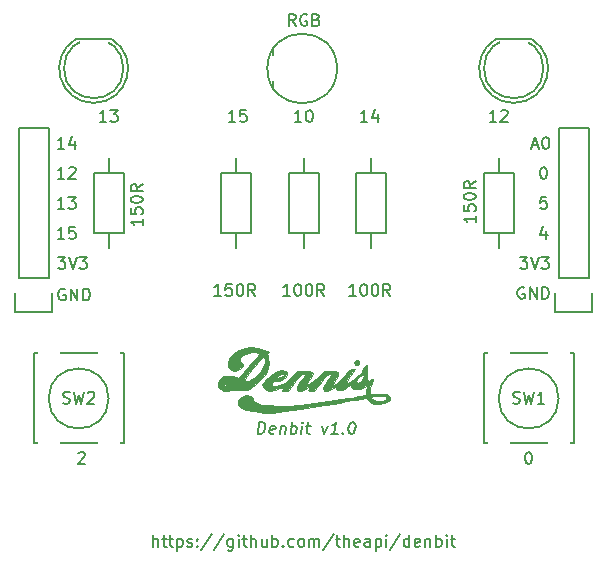
<source format=gto>
%TF.GenerationSoftware,KiCad,Pcbnew,4.0.2-4+6225~38~ubuntu14.04.1-stable*%
%TF.CreationDate,2016-04-19T13:08:00+01:00*%
%TF.ProjectId,basic,62617369632E6B696361645F70636200,rev?*%
%TF.FileFunction,Legend,Top*%
%FSLAX46Y46*%
G04 Gerber Fmt 4.6, Leading zero omitted, Abs format (unit mm)*
G04 Created by KiCad (PCBNEW 4.0.2-4+6225~38~ubuntu14.04.1-stable) date Tue 19 Apr 2016 13:08:00 BST*
%MOMM*%
G01*
G04 APERTURE LIST*
%ADD10C,0.100000*%
%ADD11C,0.150000*%
%ADD12C,0.010000*%
%ADD13C,2.398980*%
%ADD14R,2.400000X2.300000*%
%ADD15C,2.300000*%
%ADD16C,5.900000*%
%ADD17C,1.797000*%
%ADD18R,2.432000X2.127200*%
%ADD19O,2.432000X2.127200*%
%ADD20O,1.400000X2.305000*%
%ADD21R,1.400000X2.305000*%
G04 APERTURE END LIST*
D10*
D11*
X125075524Y-94722381D02*
X124504095Y-94722381D01*
X124789809Y-94722381D02*
X124789809Y-93722381D01*
X124694571Y-93865238D01*
X124599333Y-93960476D01*
X124504095Y-94008095D01*
X125980286Y-93722381D02*
X125504095Y-93722381D01*
X125456476Y-94198571D01*
X125504095Y-94150952D01*
X125599333Y-94103333D01*
X125837429Y-94103333D01*
X125932667Y-94150952D01*
X125980286Y-94198571D01*
X126027905Y-94293810D01*
X126027905Y-94531905D01*
X125980286Y-94627143D01*
X125932667Y-94674762D01*
X125837429Y-94722381D01*
X125599333Y-94722381D01*
X125504095Y-94674762D01*
X125456476Y-94627143D01*
X125075524Y-92182381D02*
X124504095Y-92182381D01*
X124789809Y-92182381D02*
X124789809Y-91182381D01*
X124694571Y-91325238D01*
X124599333Y-91420476D01*
X124504095Y-91468095D01*
X125408857Y-91182381D02*
X126027905Y-91182381D01*
X125694571Y-91563333D01*
X125837429Y-91563333D01*
X125932667Y-91610952D01*
X125980286Y-91658571D01*
X126027905Y-91753810D01*
X126027905Y-91991905D01*
X125980286Y-92087143D01*
X125932667Y-92134762D01*
X125837429Y-92182381D01*
X125551714Y-92182381D01*
X125456476Y-92134762D01*
X125408857Y-92087143D01*
X125075524Y-89642381D02*
X124504095Y-89642381D01*
X124789809Y-89642381D02*
X124789809Y-88642381D01*
X124694571Y-88785238D01*
X124599333Y-88880476D01*
X124504095Y-88928095D01*
X125456476Y-88737619D02*
X125504095Y-88690000D01*
X125599333Y-88642381D01*
X125837429Y-88642381D01*
X125932667Y-88690000D01*
X125980286Y-88737619D01*
X126027905Y-88832857D01*
X126027905Y-88928095D01*
X125980286Y-89070952D01*
X125408857Y-89642381D01*
X126027905Y-89642381D01*
X125075524Y-87102381D02*
X124504095Y-87102381D01*
X124789809Y-87102381D02*
X124789809Y-86102381D01*
X124694571Y-86245238D01*
X124599333Y-86340476D01*
X124504095Y-86388095D01*
X125932667Y-86435714D02*
X125932667Y-87102381D01*
X125694571Y-86054762D02*
X125456476Y-86769048D01*
X126075524Y-86769048D01*
X144641524Y-76688381D02*
X144308190Y-76212190D01*
X144070095Y-76688381D02*
X144070095Y-75688381D01*
X144451048Y-75688381D01*
X144546286Y-75736000D01*
X144593905Y-75783619D01*
X144641524Y-75878857D01*
X144641524Y-76021714D01*
X144593905Y-76116952D01*
X144546286Y-76164571D01*
X144451048Y-76212190D01*
X144070095Y-76212190D01*
X145593905Y-75736000D02*
X145498667Y-75688381D01*
X145355810Y-75688381D01*
X145212952Y-75736000D01*
X145117714Y-75831238D01*
X145070095Y-75926476D01*
X145022476Y-76116952D01*
X145022476Y-76259810D01*
X145070095Y-76450286D01*
X145117714Y-76545524D01*
X145212952Y-76640762D01*
X145355810Y-76688381D01*
X145451048Y-76688381D01*
X145593905Y-76640762D01*
X145641524Y-76593143D01*
X145641524Y-76259810D01*
X145451048Y-76259810D01*
X146403429Y-76164571D02*
X146546286Y-76212190D01*
X146593905Y-76259810D01*
X146641524Y-76355048D01*
X146641524Y-76497905D01*
X146593905Y-76593143D01*
X146546286Y-76640762D01*
X146451048Y-76688381D01*
X146070095Y-76688381D01*
X146070095Y-75688381D01*
X146403429Y-75688381D01*
X146498667Y-75736000D01*
X146546286Y-75783619D01*
X146593905Y-75878857D01*
X146593905Y-75974095D01*
X146546286Y-76069333D01*
X146498667Y-76116952D01*
X146403429Y-76164571D01*
X146070095Y-76164571D01*
X161651524Y-84816381D02*
X161080095Y-84816381D01*
X161365809Y-84816381D02*
X161365809Y-83816381D01*
X161270571Y-83959238D01*
X161175333Y-84054476D01*
X161080095Y-84102095D01*
X162032476Y-83911619D02*
X162080095Y-83864000D01*
X162175333Y-83816381D01*
X162413429Y-83816381D01*
X162508667Y-83864000D01*
X162556286Y-83911619D01*
X162603905Y-84006857D01*
X162603905Y-84102095D01*
X162556286Y-84244952D01*
X161984857Y-84816381D01*
X162603905Y-84816381D01*
X126250286Y-112867619D02*
X126297905Y-112820000D01*
X126393143Y-112772381D01*
X126631239Y-112772381D01*
X126726477Y-112820000D01*
X126774096Y-112867619D01*
X126821715Y-112962857D01*
X126821715Y-113058095D01*
X126774096Y-113200952D01*
X126202667Y-113772381D01*
X126821715Y-113772381D01*
X164334381Y-112772381D02*
X164429620Y-112772381D01*
X164524858Y-112820000D01*
X164572477Y-112867619D01*
X164620096Y-112962857D01*
X164667715Y-113153333D01*
X164667715Y-113391429D01*
X164620096Y-113581905D01*
X164572477Y-113677143D01*
X164524858Y-113724762D01*
X164429620Y-113772381D01*
X164334381Y-113772381D01*
X164239143Y-113724762D01*
X164191524Y-113677143D01*
X164143905Y-113581905D01*
X164096286Y-113391429D01*
X164096286Y-113153333D01*
X164143905Y-112962857D01*
X164191524Y-112867619D01*
X164239143Y-112820000D01*
X164334381Y-112772381D01*
X132577714Y-120792381D02*
X132577714Y-119792381D01*
X133006286Y-120792381D02*
X133006286Y-120268571D01*
X132958667Y-120173333D01*
X132863429Y-120125714D01*
X132720571Y-120125714D01*
X132625333Y-120173333D01*
X132577714Y-120220952D01*
X133339619Y-120125714D02*
X133720571Y-120125714D01*
X133482476Y-119792381D02*
X133482476Y-120649524D01*
X133530095Y-120744762D01*
X133625333Y-120792381D01*
X133720571Y-120792381D01*
X133911048Y-120125714D02*
X134292000Y-120125714D01*
X134053905Y-119792381D02*
X134053905Y-120649524D01*
X134101524Y-120744762D01*
X134196762Y-120792381D01*
X134292000Y-120792381D01*
X134625334Y-120125714D02*
X134625334Y-121125714D01*
X134625334Y-120173333D02*
X134720572Y-120125714D01*
X134911049Y-120125714D01*
X135006287Y-120173333D01*
X135053906Y-120220952D01*
X135101525Y-120316190D01*
X135101525Y-120601905D01*
X135053906Y-120697143D01*
X135006287Y-120744762D01*
X134911049Y-120792381D01*
X134720572Y-120792381D01*
X134625334Y-120744762D01*
X135482477Y-120744762D02*
X135577715Y-120792381D01*
X135768191Y-120792381D01*
X135863430Y-120744762D01*
X135911049Y-120649524D01*
X135911049Y-120601905D01*
X135863430Y-120506667D01*
X135768191Y-120459048D01*
X135625334Y-120459048D01*
X135530096Y-120411429D01*
X135482477Y-120316190D01*
X135482477Y-120268571D01*
X135530096Y-120173333D01*
X135625334Y-120125714D01*
X135768191Y-120125714D01*
X135863430Y-120173333D01*
X136339620Y-120697143D02*
X136387239Y-120744762D01*
X136339620Y-120792381D01*
X136292001Y-120744762D01*
X136339620Y-120697143D01*
X136339620Y-120792381D01*
X136339620Y-120173333D02*
X136387239Y-120220952D01*
X136339620Y-120268571D01*
X136292001Y-120220952D01*
X136339620Y-120173333D01*
X136339620Y-120268571D01*
X137530096Y-119744762D02*
X136672953Y-121030476D01*
X138577715Y-119744762D02*
X137720572Y-121030476D01*
X139339620Y-120125714D02*
X139339620Y-120935238D01*
X139292001Y-121030476D01*
X139244382Y-121078095D01*
X139149143Y-121125714D01*
X139006286Y-121125714D01*
X138911048Y-121078095D01*
X139339620Y-120744762D02*
X139244382Y-120792381D01*
X139053905Y-120792381D01*
X138958667Y-120744762D01*
X138911048Y-120697143D01*
X138863429Y-120601905D01*
X138863429Y-120316190D01*
X138911048Y-120220952D01*
X138958667Y-120173333D01*
X139053905Y-120125714D01*
X139244382Y-120125714D01*
X139339620Y-120173333D01*
X139815810Y-120792381D02*
X139815810Y-120125714D01*
X139815810Y-119792381D02*
X139768191Y-119840000D01*
X139815810Y-119887619D01*
X139863429Y-119840000D01*
X139815810Y-119792381D01*
X139815810Y-119887619D01*
X140149143Y-120125714D02*
X140530095Y-120125714D01*
X140292000Y-119792381D02*
X140292000Y-120649524D01*
X140339619Y-120744762D01*
X140434857Y-120792381D01*
X140530095Y-120792381D01*
X140863429Y-120792381D02*
X140863429Y-119792381D01*
X141292001Y-120792381D02*
X141292001Y-120268571D01*
X141244382Y-120173333D01*
X141149144Y-120125714D01*
X141006286Y-120125714D01*
X140911048Y-120173333D01*
X140863429Y-120220952D01*
X142196763Y-120125714D02*
X142196763Y-120792381D01*
X141768191Y-120125714D02*
X141768191Y-120649524D01*
X141815810Y-120744762D01*
X141911048Y-120792381D01*
X142053906Y-120792381D01*
X142149144Y-120744762D01*
X142196763Y-120697143D01*
X142672953Y-120792381D02*
X142672953Y-119792381D01*
X142672953Y-120173333D02*
X142768191Y-120125714D01*
X142958668Y-120125714D01*
X143053906Y-120173333D01*
X143101525Y-120220952D01*
X143149144Y-120316190D01*
X143149144Y-120601905D01*
X143101525Y-120697143D01*
X143053906Y-120744762D01*
X142958668Y-120792381D01*
X142768191Y-120792381D01*
X142672953Y-120744762D01*
X143577715Y-120697143D02*
X143625334Y-120744762D01*
X143577715Y-120792381D01*
X143530096Y-120744762D01*
X143577715Y-120697143D01*
X143577715Y-120792381D01*
X144482477Y-120744762D02*
X144387239Y-120792381D01*
X144196762Y-120792381D01*
X144101524Y-120744762D01*
X144053905Y-120697143D01*
X144006286Y-120601905D01*
X144006286Y-120316190D01*
X144053905Y-120220952D01*
X144101524Y-120173333D01*
X144196762Y-120125714D01*
X144387239Y-120125714D01*
X144482477Y-120173333D01*
X145053905Y-120792381D02*
X144958667Y-120744762D01*
X144911048Y-120697143D01*
X144863429Y-120601905D01*
X144863429Y-120316190D01*
X144911048Y-120220952D01*
X144958667Y-120173333D01*
X145053905Y-120125714D01*
X145196763Y-120125714D01*
X145292001Y-120173333D01*
X145339620Y-120220952D01*
X145387239Y-120316190D01*
X145387239Y-120601905D01*
X145339620Y-120697143D01*
X145292001Y-120744762D01*
X145196763Y-120792381D01*
X145053905Y-120792381D01*
X145815810Y-120792381D02*
X145815810Y-120125714D01*
X145815810Y-120220952D02*
X145863429Y-120173333D01*
X145958667Y-120125714D01*
X146101525Y-120125714D01*
X146196763Y-120173333D01*
X146244382Y-120268571D01*
X146244382Y-120792381D01*
X146244382Y-120268571D02*
X146292001Y-120173333D01*
X146387239Y-120125714D01*
X146530096Y-120125714D01*
X146625334Y-120173333D01*
X146672953Y-120268571D01*
X146672953Y-120792381D01*
X147863429Y-119744762D02*
X147006286Y-121030476D01*
X148053905Y-120125714D02*
X148434857Y-120125714D01*
X148196762Y-119792381D02*
X148196762Y-120649524D01*
X148244381Y-120744762D01*
X148339619Y-120792381D01*
X148434857Y-120792381D01*
X148768191Y-120792381D02*
X148768191Y-119792381D01*
X149196763Y-120792381D02*
X149196763Y-120268571D01*
X149149144Y-120173333D01*
X149053906Y-120125714D01*
X148911048Y-120125714D01*
X148815810Y-120173333D01*
X148768191Y-120220952D01*
X150053906Y-120744762D02*
X149958668Y-120792381D01*
X149768191Y-120792381D01*
X149672953Y-120744762D01*
X149625334Y-120649524D01*
X149625334Y-120268571D01*
X149672953Y-120173333D01*
X149768191Y-120125714D01*
X149958668Y-120125714D01*
X150053906Y-120173333D01*
X150101525Y-120268571D01*
X150101525Y-120363810D01*
X149625334Y-120459048D01*
X150958668Y-120792381D02*
X150958668Y-120268571D01*
X150911049Y-120173333D01*
X150815811Y-120125714D01*
X150625334Y-120125714D01*
X150530096Y-120173333D01*
X150958668Y-120744762D02*
X150863430Y-120792381D01*
X150625334Y-120792381D01*
X150530096Y-120744762D01*
X150482477Y-120649524D01*
X150482477Y-120554286D01*
X150530096Y-120459048D01*
X150625334Y-120411429D01*
X150863430Y-120411429D01*
X150958668Y-120363810D01*
X151434858Y-120125714D02*
X151434858Y-121125714D01*
X151434858Y-120173333D02*
X151530096Y-120125714D01*
X151720573Y-120125714D01*
X151815811Y-120173333D01*
X151863430Y-120220952D01*
X151911049Y-120316190D01*
X151911049Y-120601905D01*
X151863430Y-120697143D01*
X151815811Y-120744762D01*
X151720573Y-120792381D01*
X151530096Y-120792381D01*
X151434858Y-120744762D01*
X152339620Y-120792381D02*
X152339620Y-120125714D01*
X152339620Y-119792381D02*
X152292001Y-119840000D01*
X152339620Y-119887619D01*
X152387239Y-119840000D01*
X152339620Y-119792381D01*
X152339620Y-119887619D01*
X153530096Y-119744762D02*
X152672953Y-121030476D01*
X154292001Y-120792381D02*
X154292001Y-119792381D01*
X154292001Y-120744762D02*
X154196763Y-120792381D01*
X154006286Y-120792381D01*
X153911048Y-120744762D01*
X153863429Y-120697143D01*
X153815810Y-120601905D01*
X153815810Y-120316190D01*
X153863429Y-120220952D01*
X153911048Y-120173333D01*
X154006286Y-120125714D01*
X154196763Y-120125714D01*
X154292001Y-120173333D01*
X155149144Y-120744762D02*
X155053906Y-120792381D01*
X154863429Y-120792381D01*
X154768191Y-120744762D01*
X154720572Y-120649524D01*
X154720572Y-120268571D01*
X154768191Y-120173333D01*
X154863429Y-120125714D01*
X155053906Y-120125714D01*
X155149144Y-120173333D01*
X155196763Y-120268571D01*
X155196763Y-120363810D01*
X154720572Y-120459048D01*
X155625334Y-120125714D02*
X155625334Y-120792381D01*
X155625334Y-120220952D02*
X155672953Y-120173333D01*
X155768191Y-120125714D01*
X155911049Y-120125714D01*
X156006287Y-120173333D01*
X156053906Y-120268571D01*
X156053906Y-120792381D01*
X156530096Y-120792381D02*
X156530096Y-119792381D01*
X156530096Y-120173333D02*
X156625334Y-120125714D01*
X156815811Y-120125714D01*
X156911049Y-120173333D01*
X156958668Y-120220952D01*
X157006287Y-120316190D01*
X157006287Y-120601905D01*
X156958668Y-120697143D01*
X156911049Y-120744762D01*
X156815811Y-120792381D01*
X156625334Y-120792381D01*
X156530096Y-120744762D01*
X157434858Y-120792381D02*
X157434858Y-120125714D01*
X157434858Y-119792381D02*
X157387239Y-119840000D01*
X157434858Y-119887619D01*
X157482477Y-119840000D01*
X157434858Y-119792381D01*
X157434858Y-119887619D01*
X157768191Y-120125714D02*
X158149143Y-120125714D01*
X157911048Y-119792381D02*
X157911048Y-120649524D01*
X157958667Y-120744762D01*
X158053905Y-120792381D01*
X158149143Y-120792381D01*
X141458023Y-111232381D02*
X141583023Y-110232381D01*
X141821118Y-110232381D01*
X141958024Y-110280000D01*
X142041357Y-110375238D01*
X142077072Y-110470476D01*
X142100881Y-110660952D01*
X142083024Y-110803810D01*
X142011595Y-110994286D01*
X141952072Y-111089524D01*
X141844929Y-111184762D01*
X141696118Y-111232381D01*
X141458023Y-111232381D01*
X142844929Y-111184762D02*
X142743738Y-111232381D01*
X142553261Y-111232381D01*
X142463976Y-111184762D01*
X142428262Y-111089524D01*
X142475881Y-110708571D01*
X142535404Y-110613333D01*
X142636595Y-110565714D01*
X142827072Y-110565714D01*
X142916357Y-110613333D01*
X142952072Y-110708571D01*
X142940167Y-110803810D01*
X142452071Y-110899048D01*
X143398500Y-110565714D02*
X143315166Y-111232381D01*
X143386595Y-110660952D02*
X143440166Y-110613333D01*
X143541357Y-110565714D01*
X143684215Y-110565714D01*
X143773500Y-110613333D01*
X143809215Y-110708571D01*
X143743738Y-111232381D01*
X144219928Y-111232381D02*
X144344928Y-110232381D01*
X144297309Y-110613333D02*
X144398500Y-110565714D01*
X144588977Y-110565714D01*
X144678262Y-110613333D01*
X144719929Y-110660952D01*
X144755643Y-110756190D01*
X144719929Y-111041905D01*
X144660405Y-111137143D01*
X144606834Y-111184762D01*
X144505643Y-111232381D01*
X144315166Y-111232381D01*
X144225881Y-111184762D01*
X145124690Y-111232381D02*
X145208024Y-110565714D01*
X145249690Y-110232381D02*
X145196119Y-110280000D01*
X145237786Y-110327619D01*
X145291357Y-110280000D01*
X145249690Y-110232381D01*
X145237786Y-110327619D01*
X145541357Y-110565714D02*
X145922309Y-110565714D01*
X145725880Y-110232381D02*
X145618738Y-111089524D01*
X145654452Y-111184762D01*
X145743737Y-111232381D01*
X145838975Y-111232381D01*
X146922310Y-110565714D02*
X147077071Y-111232381D01*
X147398501Y-110565714D01*
X148219929Y-111232381D02*
X147648500Y-111232381D01*
X147934214Y-111232381D02*
X148059214Y-110232381D01*
X147946119Y-110375238D01*
X147838977Y-110470476D01*
X147737786Y-110518095D01*
X148660405Y-111137143D02*
X148702072Y-111184762D01*
X148648500Y-111232381D01*
X148606834Y-111184762D01*
X148660405Y-111137143D01*
X148648500Y-111232381D01*
X149440166Y-110232381D02*
X149535405Y-110232381D01*
X149624691Y-110280000D01*
X149666358Y-110327619D01*
X149702072Y-110422857D01*
X149725881Y-110613333D01*
X149696119Y-110851429D01*
X149624691Y-111041905D01*
X149565167Y-111137143D01*
X149511596Y-111184762D01*
X149410405Y-111232381D01*
X149315166Y-111232381D01*
X149225881Y-111184762D01*
X149184214Y-111137143D01*
X149148500Y-111041905D01*
X149124690Y-110851429D01*
X149154452Y-110613333D01*
X149225881Y-110422857D01*
X149285405Y-110327619D01*
X149338976Y-110280000D01*
X149440166Y-110232381D01*
X150729524Y-84816381D02*
X150158095Y-84816381D01*
X150443809Y-84816381D02*
X150443809Y-83816381D01*
X150348571Y-83959238D01*
X150253333Y-84054476D01*
X150158095Y-84102095D01*
X151586667Y-84149714D02*
X151586667Y-84816381D01*
X151348571Y-83768762D02*
X151110476Y-84483048D01*
X151729524Y-84483048D01*
X145141524Y-84816381D02*
X144570095Y-84816381D01*
X144855809Y-84816381D02*
X144855809Y-83816381D01*
X144760571Y-83959238D01*
X144665333Y-84054476D01*
X144570095Y-84102095D01*
X145760571Y-83816381D02*
X145855810Y-83816381D01*
X145951048Y-83864000D01*
X145998667Y-83911619D01*
X146046286Y-84006857D01*
X146093905Y-84197333D01*
X146093905Y-84435429D01*
X146046286Y-84625905D01*
X145998667Y-84721143D01*
X145951048Y-84768762D01*
X145855810Y-84816381D01*
X145760571Y-84816381D01*
X145665333Y-84768762D01*
X145617714Y-84721143D01*
X145570095Y-84625905D01*
X145522476Y-84435429D01*
X145522476Y-84197333D01*
X145570095Y-84006857D01*
X145617714Y-83911619D01*
X145665333Y-83864000D01*
X145760571Y-83816381D01*
X139553524Y-84816381D02*
X138982095Y-84816381D01*
X139267809Y-84816381D02*
X139267809Y-83816381D01*
X139172571Y-83959238D01*
X139077333Y-84054476D01*
X138982095Y-84102095D01*
X140458286Y-83816381D02*
X139982095Y-83816381D01*
X139934476Y-84292571D01*
X139982095Y-84244952D01*
X140077333Y-84197333D01*
X140315429Y-84197333D01*
X140410667Y-84244952D01*
X140458286Y-84292571D01*
X140505905Y-84387810D01*
X140505905Y-84625905D01*
X140458286Y-84721143D01*
X140410667Y-84768762D01*
X140315429Y-84816381D01*
X140077333Y-84816381D01*
X139982095Y-84768762D01*
X139934476Y-84721143D01*
X128631524Y-84816381D02*
X128060095Y-84816381D01*
X128345809Y-84816381D02*
X128345809Y-83816381D01*
X128250571Y-83959238D01*
X128155333Y-84054476D01*
X128060095Y-84102095D01*
X128964857Y-83816381D02*
X129583905Y-83816381D01*
X129250571Y-84197333D01*
X129393429Y-84197333D01*
X129488667Y-84244952D01*
X129536286Y-84292571D01*
X129583905Y-84387810D01*
X129583905Y-84625905D01*
X129536286Y-84721143D01*
X129488667Y-84768762D01*
X129393429Y-84816381D01*
X129107714Y-84816381D01*
X129012476Y-84768762D01*
X128964857Y-84721143D01*
X164683714Y-86816667D02*
X165159905Y-86816667D01*
X164588476Y-87102381D02*
X164921809Y-86102381D01*
X165255143Y-87102381D01*
X165778952Y-86102381D02*
X165874191Y-86102381D01*
X165969429Y-86150000D01*
X166017048Y-86197619D01*
X166064667Y-86292857D01*
X166112286Y-86483333D01*
X166112286Y-86721429D01*
X166064667Y-86911905D01*
X166017048Y-87007143D01*
X165969429Y-87054762D01*
X165874191Y-87102381D01*
X165778952Y-87102381D01*
X165683714Y-87054762D01*
X165636095Y-87007143D01*
X165588476Y-86911905D01*
X165540857Y-86721429D01*
X165540857Y-86483333D01*
X165588476Y-86292857D01*
X165636095Y-86197619D01*
X165683714Y-86150000D01*
X165778952Y-86102381D01*
X165604381Y-88642381D02*
X165699620Y-88642381D01*
X165794858Y-88690000D01*
X165842477Y-88737619D01*
X165890096Y-88832857D01*
X165937715Y-89023333D01*
X165937715Y-89261429D01*
X165890096Y-89451905D01*
X165842477Y-89547143D01*
X165794858Y-89594762D01*
X165699620Y-89642381D01*
X165604381Y-89642381D01*
X165509143Y-89594762D01*
X165461524Y-89547143D01*
X165413905Y-89451905D01*
X165366286Y-89261429D01*
X165366286Y-89023333D01*
X165413905Y-88832857D01*
X165461524Y-88737619D01*
X165509143Y-88690000D01*
X165604381Y-88642381D01*
X165890096Y-91182381D02*
X165413905Y-91182381D01*
X165366286Y-91658571D01*
X165413905Y-91610952D01*
X165509143Y-91563333D01*
X165747239Y-91563333D01*
X165842477Y-91610952D01*
X165890096Y-91658571D01*
X165937715Y-91753810D01*
X165937715Y-91991905D01*
X165890096Y-92087143D01*
X165842477Y-92134762D01*
X165747239Y-92182381D01*
X165509143Y-92182381D01*
X165413905Y-92134762D01*
X165366286Y-92087143D01*
X165842477Y-94055714D02*
X165842477Y-94722381D01*
X165604381Y-93674762D02*
X165366286Y-94389048D01*
X165985334Y-94389048D01*
X163651905Y-96262381D02*
X164270953Y-96262381D01*
X163937619Y-96643333D01*
X164080477Y-96643333D01*
X164175715Y-96690952D01*
X164223334Y-96738571D01*
X164270953Y-96833810D01*
X164270953Y-97071905D01*
X164223334Y-97167143D01*
X164175715Y-97214762D01*
X164080477Y-97262381D01*
X163794762Y-97262381D01*
X163699524Y-97214762D01*
X163651905Y-97167143D01*
X164556667Y-96262381D02*
X164890000Y-97262381D01*
X165223334Y-96262381D01*
X165461429Y-96262381D02*
X166080477Y-96262381D01*
X165747143Y-96643333D01*
X165890001Y-96643333D01*
X165985239Y-96690952D01*
X166032858Y-96738571D01*
X166080477Y-96833810D01*
X166080477Y-97071905D01*
X166032858Y-97167143D01*
X165985239Y-97214762D01*
X165890001Y-97262381D01*
X165604286Y-97262381D01*
X165509048Y-97214762D01*
X165461429Y-97167143D01*
X164001096Y-98850000D02*
X163905858Y-98802381D01*
X163763001Y-98802381D01*
X163620143Y-98850000D01*
X163524905Y-98945238D01*
X163477286Y-99040476D01*
X163429667Y-99230952D01*
X163429667Y-99373810D01*
X163477286Y-99564286D01*
X163524905Y-99659524D01*
X163620143Y-99754762D01*
X163763001Y-99802381D01*
X163858239Y-99802381D01*
X164001096Y-99754762D01*
X164048715Y-99707143D01*
X164048715Y-99373810D01*
X163858239Y-99373810D01*
X164477286Y-99802381D02*
X164477286Y-98802381D01*
X165048715Y-99802381D01*
X165048715Y-98802381D01*
X165524905Y-99802381D02*
X165524905Y-98802381D01*
X165763000Y-98802381D01*
X165905858Y-98850000D01*
X166001096Y-98945238D01*
X166048715Y-99040476D01*
X166096334Y-99230952D01*
X166096334Y-99373810D01*
X166048715Y-99564286D01*
X166001096Y-99659524D01*
X165905858Y-99754762D01*
X165763000Y-99802381D01*
X165524905Y-99802381D01*
X124535905Y-96262381D02*
X125154953Y-96262381D01*
X124821619Y-96643333D01*
X124964477Y-96643333D01*
X125059715Y-96690952D01*
X125107334Y-96738571D01*
X125154953Y-96833810D01*
X125154953Y-97071905D01*
X125107334Y-97167143D01*
X125059715Y-97214762D01*
X124964477Y-97262381D01*
X124678762Y-97262381D01*
X124583524Y-97214762D01*
X124535905Y-97167143D01*
X125440667Y-96262381D02*
X125774000Y-97262381D01*
X126107334Y-96262381D01*
X126345429Y-96262381D02*
X126964477Y-96262381D01*
X126631143Y-96643333D01*
X126774001Y-96643333D01*
X126869239Y-96690952D01*
X126916858Y-96738571D01*
X126964477Y-96833810D01*
X126964477Y-97071905D01*
X126916858Y-97167143D01*
X126869239Y-97214762D01*
X126774001Y-97262381D01*
X126488286Y-97262381D01*
X126393048Y-97214762D01*
X126345429Y-97167143D01*
X125134096Y-98992000D02*
X125038858Y-98944381D01*
X124896001Y-98944381D01*
X124753143Y-98992000D01*
X124657905Y-99087238D01*
X124610286Y-99182476D01*
X124562667Y-99372952D01*
X124562667Y-99515810D01*
X124610286Y-99706286D01*
X124657905Y-99801524D01*
X124753143Y-99896762D01*
X124896001Y-99944381D01*
X124991239Y-99944381D01*
X125134096Y-99896762D01*
X125181715Y-99849143D01*
X125181715Y-99515810D01*
X124991239Y-99515810D01*
X125610286Y-99944381D02*
X125610286Y-98944381D01*
X126181715Y-99944381D01*
X126181715Y-98944381D01*
X126657905Y-99944381D02*
X126657905Y-98944381D01*
X126896000Y-98944381D01*
X127038858Y-98992000D01*
X127134096Y-99087238D01*
X127181715Y-99182476D01*
X127229334Y-99372952D01*
X127229334Y-99515810D01*
X127181715Y-99706286D01*
X127134096Y-99801524D01*
X127038858Y-99896762D01*
X126896000Y-99944381D01*
X126657905Y-99944381D01*
X152317000Y-89190000D02*
X152317000Y-94270000D01*
X152317000Y-94270000D02*
X149777000Y-94270000D01*
X149777000Y-94270000D02*
X149777000Y-89190000D01*
X149777000Y-89190000D02*
X152317000Y-89190000D01*
X151047000Y-89190000D02*
X151047000Y-87920000D01*
X151047000Y-94270000D02*
X151047000Y-95540000D01*
X126027096Y-77815112D02*
G75*
G03X129052000Y-77800000I1524904J-2484888D01*
G01*
X126052000Y-77800000D02*
X129052000Y-77800000D01*
X130069936Y-80300000D02*
G75*
G03X130069936Y-80300000I-2517936J0D01*
G01*
X161587096Y-77815112D02*
G75*
G03X164612000Y-77800000I1524904J-2484888D01*
G01*
X161612000Y-77800000D02*
X164612000Y-77800000D01*
X165629936Y-80300000D02*
G75*
G03X165629936Y-80300000I-2517936J0D01*
G01*
X166922000Y-108240000D02*
G75*
G03X166922000Y-108240000I-2540000J0D01*
G01*
X168192000Y-104430000D02*
X168192000Y-112050000D01*
X168192000Y-112050000D02*
X160572000Y-112050000D01*
X160572000Y-112050000D02*
X160572000Y-104430000D01*
X168192000Y-104430000D02*
X160572000Y-104430000D01*
X128822000Y-108240000D02*
G75*
G03X128822000Y-108240000I-2540000J0D01*
G01*
X122472000Y-112050000D02*
X122472000Y-104430000D01*
X122472000Y-104430000D02*
X130092000Y-104430000D01*
X130092000Y-104430000D02*
X130092000Y-112050000D01*
X122472000Y-112050000D02*
X130092000Y-112050000D01*
X169462000Y-98080000D02*
X169462000Y-85380000D01*
X169462000Y-85380000D02*
X166922000Y-85380000D01*
X166922000Y-85380000D02*
X166922000Y-98080000D01*
X169742000Y-100900000D02*
X169742000Y-99350000D01*
X169462000Y-98080000D02*
X166922000Y-98080000D01*
X166642000Y-99350000D02*
X166642000Y-100900000D01*
X166642000Y-100900000D02*
X169742000Y-100900000D01*
X123742000Y-98080000D02*
X123742000Y-85380000D01*
X123742000Y-85380000D02*
X121202000Y-85380000D01*
X121202000Y-85380000D02*
X121202000Y-98080000D01*
X124022000Y-100900000D02*
X124022000Y-99350000D01*
X123742000Y-98080000D02*
X121202000Y-98080000D01*
X120922000Y-99350000D02*
X120922000Y-100900000D01*
X120922000Y-100900000D02*
X124022000Y-100900000D01*
X130092000Y-89190000D02*
X130092000Y-94270000D01*
X130092000Y-94270000D02*
X127552000Y-94270000D01*
X127552000Y-94270000D02*
X127552000Y-89190000D01*
X127552000Y-89190000D02*
X130092000Y-89190000D01*
X128822000Y-89190000D02*
X128822000Y-87920000D01*
X128822000Y-94270000D02*
X128822000Y-95540000D01*
X163112000Y-89190000D02*
X163112000Y-94270000D01*
X163112000Y-94270000D02*
X160572000Y-94270000D01*
X160572000Y-94270000D02*
X160572000Y-89190000D01*
X160572000Y-89190000D02*
X163112000Y-89190000D01*
X161842000Y-89190000D02*
X161842000Y-87920000D01*
X161842000Y-94270000D02*
X161842000Y-95540000D01*
X146602000Y-89190000D02*
X146602000Y-94270000D01*
X146602000Y-94270000D02*
X144062000Y-94270000D01*
X144062000Y-94270000D02*
X144062000Y-89190000D01*
X144062000Y-89190000D02*
X146602000Y-89190000D01*
X145332000Y-89190000D02*
X145332000Y-87920000D01*
X145332000Y-94270000D02*
X145332000Y-95540000D01*
X140887000Y-89190000D02*
X140887000Y-94270000D01*
X140887000Y-94270000D02*
X138347000Y-94270000D01*
X138347000Y-94270000D02*
X138347000Y-89190000D01*
X138347000Y-89190000D02*
X140887000Y-89190000D01*
X139617000Y-89190000D02*
X139617000Y-87920000D01*
X139617000Y-94270000D02*
X139617000Y-95540000D01*
X142705000Y-81400000D02*
X142705000Y-81850000D01*
X148155000Y-80300000D02*
G75*
G03X148155000Y-80300000I-2950000J0D01*
G01*
X142705000Y-79200000D02*
X142705000Y-78750000D01*
D12*
G36*
X150723494Y-105418188D02*
X150730451Y-105613292D01*
X150721366Y-105679913D01*
X150698987Y-105988909D01*
X150711289Y-106331879D01*
X150720528Y-106412859D01*
X150774236Y-106804698D01*
X150981464Y-106668917D01*
X151140124Y-106583360D01*
X151225807Y-106570251D01*
X151216476Y-106662076D01*
X151152201Y-106856860D01*
X151091461Y-107007369D01*
X150989750Y-107292156D01*
X150928290Y-107555888D01*
X150920000Y-107649426D01*
X150920000Y-107891481D01*
X151503404Y-107842570D01*
X151962060Y-107821700D01*
X152284320Y-107852780D01*
X152496712Y-107941616D01*
X152622288Y-108087399D01*
X152671172Y-108231312D01*
X152613843Y-108353601D01*
X152502624Y-108459131D01*
X152150372Y-108657859D01*
X151735961Y-108731103D01*
X151310031Y-108679669D01*
X150923222Y-108504367D01*
X150827896Y-108432415D01*
X150570515Y-108215843D01*
X149750424Y-108354658D01*
X149417292Y-108411573D01*
X148956239Y-108491084D01*
X148406115Y-108586453D01*
X147805773Y-108690940D01*
X147194063Y-108797806D01*
X147025334Y-108827361D01*
X146002803Y-109003415D01*
X145126944Y-109146584D01*
X144378739Y-109258924D01*
X143739171Y-109342494D01*
X143189221Y-109399349D01*
X142709874Y-109431548D01*
X142282110Y-109441146D01*
X141886913Y-109430202D01*
X141623020Y-109411727D01*
X141005639Y-109329086D01*
X140472438Y-109199150D01*
X140058009Y-109031281D01*
X139930687Y-108953825D01*
X139769885Y-108761208D01*
X139744981Y-108535886D01*
X139836412Y-108312285D01*
X140024617Y-108124828D01*
X140290034Y-108007941D01*
X140480651Y-107986000D01*
X140765672Y-108017567D01*
X140970016Y-108100144D01*
X141056922Y-108215542D01*
X141050195Y-108267800D01*
X141074108Y-108418329D01*
X141242549Y-108564735D01*
X141531147Y-108690754D01*
X141781886Y-108756153D01*
X142372687Y-108835162D01*
X143118155Y-108862904D01*
X144011708Y-108839806D01*
X145046762Y-108766295D01*
X146216736Y-108642799D01*
X147515048Y-108469744D01*
X148488312Y-108320696D01*
X149133310Y-108217274D01*
X149480127Y-108160942D01*
X151004667Y-108160942D01*
X151080852Y-108285483D01*
X151276521Y-108386594D01*
X151542344Y-108454112D01*
X151828991Y-108477870D01*
X152087135Y-108447703D01*
X152195566Y-108406354D01*
X152337839Y-108270636D01*
X152330958Y-108127508D01*
X152183984Y-108026423D01*
X152011793Y-108004605D01*
X151761561Y-108008908D01*
X151484657Y-108033473D01*
X151232451Y-108072440D01*
X151056311Y-108119950D01*
X151004667Y-108160942D01*
X149480127Y-108160942D01*
X149630442Y-108136527D01*
X149998892Y-108073400D01*
X150257840Y-108022841D01*
X150426470Y-107979793D01*
X150523963Y-107939205D01*
X150569502Y-107896023D01*
X150582268Y-107845191D01*
X150581445Y-107781658D01*
X150581334Y-107769261D01*
X150612299Y-107535426D01*
X150663905Y-107356511D01*
X150714762Y-107205499D01*
X150696378Y-107153816D01*
X150582694Y-107197575D01*
X150379512Y-107314076D01*
X150078768Y-107435830D01*
X149777364Y-107467446D01*
X149523768Y-107411599D01*
X149366447Y-107270969D01*
X149360184Y-107257770D01*
X149309194Y-107160523D01*
X149242982Y-107134247D01*
X149119481Y-107185154D01*
X148896628Y-107319457D01*
X148882341Y-107328337D01*
X148577491Y-107482935D01*
X148326370Y-107544792D01*
X148156476Y-107512520D01*
X148095308Y-107384735D01*
X148096118Y-107367975D01*
X148082250Y-107254932D01*
X148053784Y-107245337D01*
X147607209Y-107466528D01*
X147288225Y-107577741D01*
X147095918Y-107579270D01*
X147067222Y-107562297D01*
X147000296Y-107427612D01*
X147046108Y-107216576D01*
X147209548Y-106915796D01*
X147407919Y-106629173D01*
X147555915Y-106408574D01*
X147640745Y-106243817D01*
X147647784Y-106181339D01*
X147523730Y-106167698D01*
X147330860Y-106282485D01*
X147088228Y-106509377D01*
X146814882Y-106832050D01*
X146686013Y-107005437D01*
X146461937Y-107310550D01*
X146300667Y-107500743D01*
X146171813Y-107602478D01*
X146044987Y-107642216D01*
X145948807Y-107647333D01*
X145744685Y-107629878D01*
X145683044Y-107558077D01*
X145752376Y-107402780D01*
X145815301Y-107309183D01*
X145959935Y-107102689D01*
X145699359Y-107288236D01*
X145357111Y-107494046D01*
X145062998Y-107597674D01*
X144860770Y-107591149D01*
X144769607Y-107477881D01*
X144802365Y-107263657D01*
X144955783Y-106959316D01*
X145126531Y-106707557D01*
X145322089Y-106415318D01*
X145412731Y-106217918D01*
X145393333Y-106127709D01*
X145368767Y-106123333D01*
X145209052Y-106181589D01*
X144994937Y-106362745D01*
X144716434Y-106676377D01*
X144484123Y-106971590D01*
X144236374Y-107287951D01*
X144056543Y-107488973D01*
X143916974Y-107599098D01*
X143790009Y-107642771D01*
X143719529Y-107647333D01*
X143528365Y-107633637D01*
X143480669Y-107564713D01*
X143551108Y-107398805D01*
X143559365Y-107383309D01*
X143607253Y-107283591D01*
X143583483Y-107260164D01*
X143458034Y-107313435D01*
X143313134Y-107386632D01*
X142878549Y-107557806D01*
X142490287Y-107614173D01*
X142171723Y-107558650D01*
X141946232Y-107394154D01*
X141853154Y-107204436D01*
X141835316Y-107058279D01*
X141884830Y-106918796D01*
X142024726Y-106741225D01*
X142169269Y-106590019D01*
X142307558Y-106470749D01*
X142965426Y-106470749D01*
X142996888Y-106527660D01*
X143109500Y-106516756D01*
X143313978Y-106459025D01*
X143448167Y-106420679D01*
X143596556Y-106332576D01*
X143638667Y-106244627D01*
X143596856Y-106141583D01*
X143459418Y-106144580D01*
X143211129Y-106252507D01*
X143041192Y-106367714D01*
X142965426Y-106470749D01*
X142307558Y-106470749D01*
X142599300Y-106219133D01*
X143024791Y-105975415D01*
X143419897Y-105872972D01*
X143487127Y-105870629D01*
X143785293Y-105907764D01*
X143939811Y-106021081D01*
X143963575Y-106209080D01*
X143848638Y-106444646D01*
X143602705Y-106624860D01*
X143260725Y-106728074D01*
X143101544Y-106743081D01*
X142838024Y-106770719D01*
X142699634Y-106838492D01*
X142654931Y-106917070D01*
X142664092Y-107084067D01*
X142719440Y-107148607D01*
X142991521Y-107222342D01*
X143328904Y-107141477D01*
X143729738Y-106906858D01*
X144192172Y-106519334D01*
X144282164Y-106433059D01*
X144841571Y-105887238D01*
X145361952Y-105889665D01*
X145758056Y-105912614D01*
X145996319Y-105984018D01*
X146083929Y-106114392D01*
X146028072Y-106314249D01*
X145840000Y-106589000D01*
X145690834Y-106790713D01*
X145599484Y-106941250D01*
X145586000Y-106981642D01*
X145638043Y-107061545D01*
X145788176Y-107015615D01*
X146027403Y-106849190D01*
X146346729Y-106567611D01*
X146448463Y-106469648D01*
X147046375Y-105884630D01*
X147598224Y-105898148D01*
X147977260Y-105926910D01*
X148199232Y-106000280D01*
X148273709Y-106132742D01*
X148210259Y-106338782D01*
X148052597Y-106585976D01*
X147905082Y-106813549D01*
X147817032Y-106993313D01*
X147804970Y-107065242D01*
X147881103Y-107078719D01*
X148041377Y-106992578D01*
X148255196Y-106831735D01*
X148491964Y-106621109D01*
X148721085Y-106385617D01*
X148887843Y-106183340D01*
X149090862Y-105939082D01*
X149258600Y-105816285D01*
X149418793Y-105784666D01*
X149653567Y-105784666D01*
X149270288Y-106356001D01*
X149104089Y-106621813D01*
X148997018Y-106829511D01*
X148965927Y-106944808D01*
X148975035Y-106956678D01*
X149080512Y-106922290D01*
X149275466Y-106806098D01*
X149372965Y-106738493D01*
X149738814Y-106738493D01*
X149746597Y-106816966D01*
X149789634Y-106858351D01*
X149957913Y-106925227D01*
X150116611Y-106844005D01*
X150268314Y-106636781D01*
X150399096Y-106376819D01*
X150415931Y-106241038D01*
X150323753Y-106233714D01*
X150127494Y-106359122D01*
X150035404Y-106434926D01*
X149828892Y-106621813D01*
X149738814Y-106738493D01*
X149372965Y-106738493D01*
X149520530Y-106636174D01*
X149776335Y-106440591D01*
X150003516Y-106247423D01*
X150099967Y-106154478D01*
X150242262Y-105969467D01*
X150384027Y-105729568D01*
X150396300Y-105705041D01*
X150539795Y-105465348D01*
X150654401Y-105369302D01*
X150723494Y-105418188D01*
X150723494Y-105418188D01*
G37*
X150723494Y-105418188D02*
X150730451Y-105613292D01*
X150721366Y-105679913D01*
X150698987Y-105988909D01*
X150711289Y-106331879D01*
X150720528Y-106412859D01*
X150774236Y-106804698D01*
X150981464Y-106668917D01*
X151140124Y-106583360D01*
X151225807Y-106570251D01*
X151216476Y-106662076D01*
X151152201Y-106856860D01*
X151091461Y-107007369D01*
X150989750Y-107292156D01*
X150928290Y-107555888D01*
X150920000Y-107649426D01*
X150920000Y-107891481D01*
X151503404Y-107842570D01*
X151962060Y-107821700D01*
X152284320Y-107852780D01*
X152496712Y-107941616D01*
X152622288Y-108087399D01*
X152671172Y-108231312D01*
X152613843Y-108353601D01*
X152502624Y-108459131D01*
X152150372Y-108657859D01*
X151735961Y-108731103D01*
X151310031Y-108679669D01*
X150923222Y-108504367D01*
X150827896Y-108432415D01*
X150570515Y-108215843D01*
X149750424Y-108354658D01*
X149417292Y-108411573D01*
X148956239Y-108491084D01*
X148406115Y-108586453D01*
X147805773Y-108690940D01*
X147194063Y-108797806D01*
X147025334Y-108827361D01*
X146002803Y-109003415D01*
X145126944Y-109146584D01*
X144378739Y-109258924D01*
X143739171Y-109342494D01*
X143189221Y-109399349D01*
X142709874Y-109431548D01*
X142282110Y-109441146D01*
X141886913Y-109430202D01*
X141623020Y-109411727D01*
X141005639Y-109329086D01*
X140472438Y-109199150D01*
X140058009Y-109031281D01*
X139930687Y-108953825D01*
X139769885Y-108761208D01*
X139744981Y-108535886D01*
X139836412Y-108312285D01*
X140024617Y-108124828D01*
X140290034Y-108007941D01*
X140480651Y-107986000D01*
X140765672Y-108017567D01*
X140970016Y-108100144D01*
X141056922Y-108215542D01*
X141050195Y-108267800D01*
X141074108Y-108418329D01*
X141242549Y-108564735D01*
X141531147Y-108690754D01*
X141781886Y-108756153D01*
X142372687Y-108835162D01*
X143118155Y-108862904D01*
X144011708Y-108839806D01*
X145046762Y-108766295D01*
X146216736Y-108642799D01*
X147515048Y-108469744D01*
X148488312Y-108320696D01*
X149133310Y-108217274D01*
X149480127Y-108160942D01*
X151004667Y-108160942D01*
X151080852Y-108285483D01*
X151276521Y-108386594D01*
X151542344Y-108454112D01*
X151828991Y-108477870D01*
X152087135Y-108447703D01*
X152195566Y-108406354D01*
X152337839Y-108270636D01*
X152330958Y-108127508D01*
X152183984Y-108026423D01*
X152011793Y-108004605D01*
X151761561Y-108008908D01*
X151484657Y-108033473D01*
X151232451Y-108072440D01*
X151056311Y-108119950D01*
X151004667Y-108160942D01*
X149480127Y-108160942D01*
X149630442Y-108136527D01*
X149998892Y-108073400D01*
X150257840Y-108022841D01*
X150426470Y-107979793D01*
X150523963Y-107939205D01*
X150569502Y-107896023D01*
X150582268Y-107845191D01*
X150581445Y-107781658D01*
X150581334Y-107769261D01*
X150612299Y-107535426D01*
X150663905Y-107356511D01*
X150714762Y-107205499D01*
X150696378Y-107153816D01*
X150582694Y-107197575D01*
X150379512Y-107314076D01*
X150078768Y-107435830D01*
X149777364Y-107467446D01*
X149523768Y-107411599D01*
X149366447Y-107270969D01*
X149360184Y-107257770D01*
X149309194Y-107160523D01*
X149242982Y-107134247D01*
X149119481Y-107185154D01*
X148896628Y-107319457D01*
X148882341Y-107328337D01*
X148577491Y-107482935D01*
X148326370Y-107544792D01*
X148156476Y-107512520D01*
X148095308Y-107384735D01*
X148096118Y-107367975D01*
X148082250Y-107254932D01*
X148053784Y-107245337D01*
X147607209Y-107466528D01*
X147288225Y-107577741D01*
X147095918Y-107579270D01*
X147067222Y-107562297D01*
X147000296Y-107427612D01*
X147046108Y-107216576D01*
X147209548Y-106915796D01*
X147407919Y-106629173D01*
X147555915Y-106408574D01*
X147640745Y-106243817D01*
X147647784Y-106181339D01*
X147523730Y-106167698D01*
X147330860Y-106282485D01*
X147088228Y-106509377D01*
X146814882Y-106832050D01*
X146686013Y-107005437D01*
X146461937Y-107310550D01*
X146300667Y-107500743D01*
X146171813Y-107602478D01*
X146044987Y-107642216D01*
X145948807Y-107647333D01*
X145744685Y-107629878D01*
X145683044Y-107558077D01*
X145752376Y-107402780D01*
X145815301Y-107309183D01*
X145959935Y-107102689D01*
X145699359Y-107288236D01*
X145357111Y-107494046D01*
X145062998Y-107597674D01*
X144860770Y-107591149D01*
X144769607Y-107477881D01*
X144802365Y-107263657D01*
X144955783Y-106959316D01*
X145126531Y-106707557D01*
X145322089Y-106415318D01*
X145412731Y-106217918D01*
X145393333Y-106127709D01*
X145368767Y-106123333D01*
X145209052Y-106181589D01*
X144994937Y-106362745D01*
X144716434Y-106676377D01*
X144484123Y-106971590D01*
X144236374Y-107287951D01*
X144056543Y-107488973D01*
X143916974Y-107599098D01*
X143790009Y-107642771D01*
X143719529Y-107647333D01*
X143528365Y-107633637D01*
X143480669Y-107564713D01*
X143551108Y-107398805D01*
X143559365Y-107383309D01*
X143607253Y-107283591D01*
X143583483Y-107260164D01*
X143458034Y-107313435D01*
X143313134Y-107386632D01*
X142878549Y-107557806D01*
X142490287Y-107614173D01*
X142171723Y-107558650D01*
X141946232Y-107394154D01*
X141853154Y-107204436D01*
X141835316Y-107058279D01*
X141884830Y-106918796D01*
X142024726Y-106741225D01*
X142169269Y-106590019D01*
X142307558Y-106470749D01*
X142965426Y-106470749D01*
X142996888Y-106527660D01*
X143109500Y-106516756D01*
X143313978Y-106459025D01*
X143448167Y-106420679D01*
X143596556Y-106332576D01*
X143638667Y-106244627D01*
X143596856Y-106141583D01*
X143459418Y-106144580D01*
X143211129Y-106252507D01*
X143041192Y-106367714D01*
X142965426Y-106470749D01*
X142307558Y-106470749D01*
X142599300Y-106219133D01*
X143024791Y-105975415D01*
X143419897Y-105872972D01*
X143487127Y-105870629D01*
X143785293Y-105907764D01*
X143939811Y-106021081D01*
X143963575Y-106209080D01*
X143848638Y-106444646D01*
X143602705Y-106624860D01*
X143260725Y-106728074D01*
X143101544Y-106743081D01*
X142838024Y-106770719D01*
X142699634Y-106838492D01*
X142654931Y-106917070D01*
X142664092Y-107084067D01*
X142719440Y-107148607D01*
X142991521Y-107222342D01*
X143328904Y-107141477D01*
X143729738Y-106906858D01*
X144192172Y-106519334D01*
X144282164Y-106433059D01*
X144841571Y-105887238D01*
X145361952Y-105889665D01*
X145758056Y-105912614D01*
X145996319Y-105984018D01*
X146083929Y-106114392D01*
X146028072Y-106314249D01*
X145840000Y-106589000D01*
X145690834Y-106790713D01*
X145599484Y-106941250D01*
X145586000Y-106981642D01*
X145638043Y-107061545D01*
X145788176Y-107015615D01*
X146027403Y-106849190D01*
X146346729Y-106567611D01*
X146448463Y-106469648D01*
X147046375Y-105884630D01*
X147598224Y-105898148D01*
X147977260Y-105926910D01*
X148199232Y-106000280D01*
X148273709Y-106132742D01*
X148210259Y-106338782D01*
X148052597Y-106585976D01*
X147905082Y-106813549D01*
X147817032Y-106993313D01*
X147804970Y-107065242D01*
X147881103Y-107078719D01*
X148041377Y-106992578D01*
X148255196Y-106831735D01*
X148491964Y-106621109D01*
X148721085Y-106385617D01*
X148887843Y-106183340D01*
X149090862Y-105939082D01*
X149258600Y-105816285D01*
X149418793Y-105784666D01*
X149653567Y-105784666D01*
X149270288Y-106356001D01*
X149104089Y-106621813D01*
X148997018Y-106829511D01*
X148965927Y-106944808D01*
X148975035Y-106956678D01*
X149080512Y-106922290D01*
X149275466Y-106806098D01*
X149372965Y-106738493D01*
X149738814Y-106738493D01*
X149746597Y-106816966D01*
X149789634Y-106858351D01*
X149957913Y-106925227D01*
X150116611Y-106844005D01*
X150268314Y-106636781D01*
X150399096Y-106376819D01*
X150415931Y-106241038D01*
X150323753Y-106233714D01*
X150127494Y-106359122D01*
X150035404Y-106434926D01*
X149828892Y-106621813D01*
X149738814Y-106738493D01*
X149372965Y-106738493D01*
X149520530Y-106636174D01*
X149776335Y-106440591D01*
X150003516Y-106247423D01*
X150099967Y-106154478D01*
X150242262Y-105969467D01*
X150384027Y-105729568D01*
X150396300Y-105705041D01*
X150539795Y-105465348D01*
X150654401Y-105369302D01*
X150723494Y-105418188D01*
G36*
X141367302Y-103965246D02*
X141717321Y-104082999D01*
X141956682Y-104175303D01*
X142161215Y-104205630D01*
X142200890Y-104200125D01*
X142339422Y-104212348D01*
X142363031Y-104303567D01*
X142283771Y-104387808D01*
X142244933Y-104500255D01*
X142283771Y-104598905D01*
X142354562Y-104856048D01*
X142366964Y-105205418D01*
X142324940Y-105581804D01*
X142232455Y-105919999D01*
X142198751Y-105997536D01*
X141986524Y-106329937D01*
X141674771Y-106691857D01*
X141313632Y-107033608D01*
X140953246Y-107305502D01*
X140778703Y-107404772D01*
X140574715Y-107490305D01*
X140363568Y-107541947D01*
X140103110Y-107563715D01*
X139751191Y-107559626D01*
X139363000Y-107539687D01*
X139094999Y-107548670D01*
X138892751Y-107583308D01*
X138608748Y-107579541D01*
X138384751Y-107496617D01*
X138190350Y-107377136D01*
X138108614Y-107234018D01*
X138101659Y-107139333D01*
X138474000Y-107139333D01*
X138547685Y-107198335D01*
X138725704Y-107223966D01*
X138732997Y-107224000D01*
X138902254Y-107201069D01*
X138941337Y-107142238D01*
X138939667Y-107139333D01*
X138822960Y-107073794D01*
X138680670Y-107054666D01*
X138523962Y-107084286D01*
X138474000Y-107139333D01*
X138101659Y-107139333D01*
X138093000Y-107021470D01*
X138125242Y-106761125D01*
X138145906Y-106730579D01*
X140314215Y-106730579D01*
X140318070Y-106753847D01*
X140454300Y-106781198D01*
X140684625Y-106722470D01*
X140966211Y-106591205D01*
X141112983Y-106502511D01*
X141435204Y-106236606D01*
X141715690Y-105904150D01*
X141930583Y-105545446D01*
X142056027Y-105200793D01*
X142068167Y-104910492D01*
X142064589Y-104894953D01*
X142005169Y-104736975D01*
X141953338Y-104684000D01*
X141853411Y-104746155D01*
X141681933Y-104914179D01*
X141460760Y-105160402D01*
X141211752Y-105457158D01*
X140956767Y-105776780D01*
X140717662Y-106091600D01*
X140516296Y-106373951D01*
X140374528Y-106596167D01*
X140314215Y-106730579D01*
X138145906Y-106730579D01*
X138245417Y-106583482D01*
X138316161Y-106525327D01*
X138627775Y-106376283D01*
X139006719Y-106310918D01*
X139375741Y-106337005D01*
X139560904Y-106400110D01*
X139693185Y-106458144D01*
X139802293Y-106467731D01*
X139913428Y-106409983D01*
X140051792Y-106266014D01*
X140242585Y-106016934D01*
X140442942Y-105739029D01*
X140668668Y-105454286D01*
X140956446Y-105132292D01*
X141218158Y-104867922D01*
X141429215Y-104652935D01*
X141561333Y-104486990D01*
X141592822Y-104398317D01*
X141583894Y-104391920D01*
X141242596Y-104317378D01*
X140924809Y-104327144D01*
X140668190Y-104381903D01*
X140387649Y-104475887D01*
X140154267Y-104590195D01*
X140081552Y-104642675D01*
X139947814Y-104835205D01*
X139917089Y-105039876D01*
X139989274Y-105200334D01*
X140082667Y-105252134D01*
X140220207Y-105315425D01*
X140230290Y-105419914D01*
X140111361Y-105595018D01*
X140061500Y-105653035D01*
X139785465Y-105865092D01*
X139483739Y-105924936D01*
X139189251Y-105827903D01*
X139128831Y-105785138D01*
X138944942Y-105545924D01*
X138900386Y-105250243D01*
X138988548Y-104927500D01*
X139202815Y-104607100D01*
X139443760Y-104384906D01*
X139868626Y-104142457D01*
X140365008Y-103987161D01*
X140881652Y-103925821D01*
X141367302Y-103965246D01*
X141367302Y-103965246D01*
G37*
X141367302Y-103965246D02*
X141717321Y-104082999D01*
X141956682Y-104175303D01*
X142161215Y-104205630D01*
X142200890Y-104200125D01*
X142339422Y-104212348D01*
X142363031Y-104303567D01*
X142283771Y-104387808D01*
X142244933Y-104500255D01*
X142283771Y-104598905D01*
X142354562Y-104856048D01*
X142366964Y-105205418D01*
X142324940Y-105581804D01*
X142232455Y-105919999D01*
X142198751Y-105997536D01*
X141986524Y-106329937D01*
X141674771Y-106691857D01*
X141313632Y-107033608D01*
X140953246Y-107305502D01*
X140778703Y-107404772D01*
X140574715Y-107490305D01*
X140363568Y-107541947D01*
X140103110Y-107563715D01*
X139751191Y-107559626D01*
X139363000Y-107539687D01*
X139094999Y-107548670D01*
X138892751Y-107583308D01*
X138608748Y-107579541D01*
X138384751Y-107496617D01*
X138190350Y-107377136D01*
X138108614Y-107234018D01*
X138101659Y-107139333D01*
X138474000Y-107139333D01*
X138547685Y-107198335D01*
X138725704Y-107223966D01*
X138732997Y-107224000D01*
X138902254Y-107201069D01*
X138941337Y-107142238D01*
X138939667Y-107139333D01*
X138822960Y-107073794D01*
X138680670Y-107054666D01*
X138523962Y-107084286D01*
X138474000Y-107139333D01*
X138101659Y-107139333D01*
X138093000Y-107021470D01*
X138125242Y-106761125D01*
X138145906Y-106730579D01*
X140314215Y-106730579D01*
X140318070Y-106753847D01*
X140454300Y-106781198D01*
X140684625Y-106722470D01*
X140966211Y-106591205D01*
X141112983Y-106502511D01*
X141435204Y-106236606D01*
X141715690Y-105904150D01*
X141930583Y-105545446D01*
X142056027Y-105200793D01*
X142068167Y-104910492D01*
X142064589Y-104894953D01*
X142005169Y-104736975D01*
X141953338Y-104684000D01*
X141853411Y-104746155D01*
X141681933Y-104914179D01*
X141460760Y-105160402D01*
X141211752Y-105457158D01*
X140956767Y-105776780D01*
X140717662Y-106091600D01*
X140516296Y-106373951D01*
X140374528Y-106596167D01*
X140314215Y-106730579D01*
X138145906Y-106730579D01*
X138245417Y-106583482D01*
X138316161Y-106525327D01*
X138627775Y-106376283D01*
X139006719Y-106310918D01*
X139375741Y-106337005D01*
X139560904Y-106400110D01*
X139693185Y-106458144D01*
X139802293Y-106467731D01*
X139913428Y-106409983D01*
X140051792Y-106266014D01*
X140242585Y-106016934D01*
X140442942Y-105739029D01*
X140668668Y-105454286D01*
X140956446Y-105132292D01*
X141218158Y-104867922D01*
X141429215Y-104652935D01*
X141561333Y-104486990D01*
X141592822Y-104398317D01*
X141583894Y-104391920D01*
X141242596Y-104317378D01*
X140924809Y-104327144D01*
X140668190Y-104381903D01*
X140387649Y-104475887D01*
X140154267Y-104590195D01*
X140081552Y-104642675D01*
X139947814Y-104835205D01*
X139917089Y-105039876D01*
X139989274Y-105200334D01*
X140082667Y-105252134D01*
X140220207Y-105315425D01*
X140230290Y-105419914D01*
X140111361Y-105595018D01*
X140061500Y-105653035D01*
X139785465Y-105865092D01*
X139483739Y-105924936D01*
X139189251Y-105827903D01*
X139128831Y-105785138D01*
X138944942Y-105545924D01*
X138900386Y-105250243D01*
X138988548Y-104927500D01*
X139202815Y-104607100D01*
X139443760Y-104384906D01*
X139868626Y-104142457D01*
X140365008Y-103987161D01*
X140881652Y-103925821D01*
X141367302Y-103965246D01*
G36*
X149968344Y-104969832D02*
X150043130Y-105066078D01*
X150034190Y-105220776D01*
X149943185Y-105375452D01*
X149819659Y-105445999D01*
X149819334Y-105446000D01*
X149718196Y-105388519D01*
X149650000Y-105319000D01*
X149587281Y-105183487D01*
X149650000Y-105065000D01*
X149813568Y-104951381D01*
X149968344Y-104969832D01*
X149968344Y-104969832D01*
G37*
X149968344Y-104969832D02*
X150043130Y-105066078D01*
X150034190Y-105220776D01*
X149943185Y-105375452D01*
X149819659Y-105445999D01*
X149819334Y-105446000D01*
X149718196Y-105388519D01*
X149650000Y-105319000D01*
X149587281Y-105183487D01*
X149650000Y-105065000D01*
X149813568Y-104951381D01*
X149968344Y-104969832D01*
D11*
X149753334Y-99548381D02*
X149181905Y-99548381D01*
X149467619Y-99548381D02*
X149467619Y-98548381D01*
X149372381Y-98691238D01*
X149277143Y-98786476D01*
X149181905Y-98834095D01*
X150372381Y-98548381D02*
X150467620Y-98548381D01*
X150562858Y-98596000D01*
X150610477Y-98643619D01*
X150658096Y-98738857D01*
X150705715Y-98929333D01*
X150705715Y-99167429D01*
X150658096Y-99357905D01*
X150610477Y-99453143D01*
X150562858Y-99500762D01*
X150467620Y-99548381D01*
X150372381Y-99548381D01*
X150277143Y-99500762D01*
X150229524Y-99453143D01*
X150181905Y-99357905D01*
X150134286Y-99167429D01*
X150134286Y-98929333D01*
X150181905Y-98738857D01*
X150229524Y-98643619D01*
X150277143Y-98596000D01*
X150372381Y-98548381D01*
X151324762Y-98548381D02*
X151420001Y-98548381D01*
X151515239Y-98596000D01*
X151562858Y-98643619D01*
X151610477Y-98738857D01*
X151658096Y-98929333D01*
X151658096Y-99167429D01*
X151610477Y-99357905D01*
X151562858Y-99453143D01*
X151515239Y-99500762D01*
X151420001Y-99548381D01*
X151324762Y-99548381D01*
X151229524Y-99500762D01*
X151181905Y-99453143D01*
X151134286Y-99357905D01*
X151086667Y-99167429D01*
X151086667Y-98929333D01*
X151134286Y-98738857D01*
X151181905Y-98643619D01*
X151229524Y-98596000D01*
X151324762Y-98548381D01*
X152658096Y-99548381D02*
X152324762Y-99072190D01*
X152086667Y-99548381D02*
X152086667Y-98548381D01*
X152467620Y-98548381D01*
X152562858Y-98596000D01*
X152610477Y-98643619D01*
X152658096Y-98738857D01*
X152658096Y-98881714D01*
X152610477Y-98976952D01*
X152562858Y-99024571D01*
X152467620Y-99072190D01*
X152086667Y-99072190D01*
X163053667Y-108629762D02*
X163196524Y-108677381D01*
X163434620Y-108677381D01*
X163529858Y-108629762D01*
X163577477Y-108582143D01*
X163625096Y-108486905D01*
X163625096Y-108391667D01*
X163577477Y-108296429D01*
X163529858Y-108248810D01*
X163434620Y-108201190D01*
X163244143Y-108153571D01*
X163148905Y-108105952D01*
X163101286Y-108058333D01*
X163053667Y-107963095D01*
X163053667Y-107867857D01*
X163101286Y-107772619D01*
X163148905Y-107725000D01*
X163244143Y-107677381D01*
X163482239Y-107677381D01*
X163625096Y-107725000D01*
X163958429Y-107677381D02*
X164196524Y-108677381D01*
X164387001Y-107963095D01*
X164577477Y-108677381D01*
X164815572Y-107677381D01*
X165720334Y-108677381D02*
X165148905Y-108677381D01*
X165434619Y-108677381D02*
X165434619Y-107677381D01*
X165339381Y-107820238D01*
X165244143Y-107915476D01*
X165148905Y-107963095D01*
X124953667Y-108629762D02*
X125096524Y-108677381D01*
X125334620Y-108677381D01*
X125429858Y-108629762D01*
X125477477Y-108582143D01*
X125525096Y-108486905D01*
X125525096Y-108391667D01*
X125477477Y-108296429D01*
X125429858Y-108248810D01*
X125334620Y-108201190D01*
X125144143Y-108153571D01*
X125048905Y-108105952D01*
X125001286Y-108058333D01*
X124953667Y-107963095D01*
X124953667Y-107867857D01*
X125001286Y-107772619D01*
X125048905Y-107725000D01*
X125144143Y-107677381D01*
X125382239Y-107677381D01*
X125525096Y-107725000D01*
X125858429Y-107677381D02*
X126096524Y-108677381D01*
X126287001Y-107963095D01*
X126477477Y-108677381D01*
X126715572Y-107677381D01*
X127048905Y-107772619D02*
X127096524Y-107725000D01*
X127191762Y-107677381D01*
X127429858Y-107677381D01*
X127525096Y-107725000D01*
X127572715Y-107772619D01*
X127620334Y-107867857D01*
X127620334Y-107963095D01*
X127572715Y-108105952D01*
X127001286Y-108677381D01*
X127620334Y-108677381D01*
X131687381Y-93023666D02*
X131687381Y-93595095D01*
X131687381Y-93309381D02*
X130687381Y-93309381D01*
X130830238Y-93404619D01*
X130925476Y-93499857D01*
X130973095Y-93595095D01*
X130687381Y-92118904D02*
X130687381Y-92595095D01*
X131163571Y-92642714D01*
X131115952Y-92595095D01*
X131068333Y-92499857D01*
X131068333Y-92261761D01*
X131115952Y-92166523D01*
X131163571Y-92118904D01*
X131258810Y-92071285D01*
X131496905Y-92071285D01*
X131592143Y-92118904D01*
X131639762Y-92166523D01*
X131687381Y-92261761D01*
X131687381Y-92499857D01*
X131639762Y-92595095D01*
X131592143Y-92642714D01*
X130687381Y-91452238D02*
X130687381Y-91356999D01*
X130735000Y-91261761D01*
X130782619Y-91214142D01*
X130877857Y-91166523D01*
X131068333Y-91118904D01*
X131306429Y-91118904D01*
X131496905Y-91166523D01*
X131592143Y-91214142D01*
X131639762Y-91261761D01*
X131687381Y-91356999D01*
X131687381Y-91452238D01*
X131639762Y-91547476D01*
X131592143Y-91595095D01*
X131496905Y-91642714D01*
X131306429Y-91690333D01*
X131068333Y-91690333D01*
X130877857Y-91642714D01*
X130782619Y-91595095D01*
X130735000Y-91547476D01*
X130687381Y-91452238D01*
X131687381Y-90118904D02*
X131211190Y-90452238D01*
X131687381Y-90690333D02*
X130687381Y-90690333D01*
X130687381Y-90309380D01*
X130735000Y-90214142D01*
X130782619Y-90166523D01*
X130877857Y-90118904D01*
X131020714Y-90118904D01*
X131115952Y-90166523D01*
X131163571Y-90214142D01*
X131211190Y-90309380D01*
X131211190Y-90690333D01*
X159881381Y-92769666D02*
X159881381Y-93341095D01*
X159881381Y-93055381D02*
X158881381Y-93055381D01*
X159024238Y-93150619D01*
X159119476Y-93245857D01*
X159167095Y-93341095D01*
X158881381Y-91864904D02*
X158881381Y-92341095D01*
X159357571Y-92388714D01*
X159309952Y-92341095D01*
X159262333Y-92245857D01*
X159262333Y-92007761D01*
X159309952Y-91912523D01*
X159357571Y-91864904D01*
X159452810Y-91817285D01*
X159690905Y-91817285D01*
X159786143Y-91864904D01*
X159833762Y-91912523D01*
X159881381Y-92007761D01*
X159881381Y-92245857D01*
X159833762Y-92341095D01*
X159786143Y-92388714D01*
X158881381Y-91198238D02*
X158881381Y-91102999D01*
X158929000Y-91007761D01*
X158976619Y-90960142D01*
X159071857Y-90912523D01*
X159262333Y-90864904D01*
X159500429Y-90864904D01*
X159690905Y-90912523D01*
X159786143Y-90960142D01*
X159833762Y-91007761D01*
X159881381Y-91102999D01*
X159881381Y-91198238D01*
X159833762Y-91293476D01*
X159786143Y-91341095D01*
X159690905Y-91388714D01*
X159500429Y-91436333D01*
X159262333Y-91436333D01*
X159071857Y-91388714D01*
X158976619Y-91341095D01*
X158929000Y-91293476D01*
X158881381Y-91198238D01*
X159881381Y-89864904D02*
X159405190Y-90198238D01*
X159881381Y-90436333D02*
X158881381Y-90436333D01*
X158881381Y-90055380D01*
X158929000Y-89960142D01*
X158976619Y-89912523D01*
X159071857Y-89864904D01*
X159214714Y-89864904D01*
X159309952Y-89912523D01*
X159357571Y-89960142D01*
X159405190Y-90055380D01*
X159405190Y-90436333D01*
X144165334Y-99548381D02*
X143593905Y-99548381D01*
X143879619Y-99548381D02*
X143879619Y-98548381D01*
X143784381Y-98691238D01*
X143689143Y-98786476D01*
X143593905Y-98834095D01*
X144784381Y-98548381D02*
X144879620Y-98548381D01*
X144974858Y-98596000D01*
X145022477Y-98643619D01*
X145070096Y-98738857D01*
X145117715Y-98929333D01*
X145117715Y-99167429D01*
X145070096Y-99357905D01*
X145022477Y-99453143D01*
X144974858Y-99500762D01*
X144879620Y-99548381D01*
X144784381Y-99548381D01*
X144689143Y-99500762D01*
X144641524Y-99453143D01*
X144593905Y-99357905D01*
X144546286Y-99167429D01*
X144546286Y-98929333D01*
X144593905Y-98738857D01*
X144641524Y-98643619D01*
X144689143Y-98596000D01*
X144784381Y-98548381D01*
X145736762Y-98548381D02*
X145832001Y-98548381D01*
X145927239Y-98596000D01*
X145974858Y-98643619D01*
X146022477Y-98738857D01*
X146070096Y-98929333D01*
X146070096Y-99167429D01*
X146022477Y-99357905D01*
X145974858Y-99453143D01*
X145927239Y-99500762D01*
X145832001Y-99548381D01*
X145736762Y-99548381D01*
X145641524Y-99500762D01*
X145593905Y-99453143D01*
X145546286Y-99357905D01*
X145498667Y-99167429D01*
X145498667Y-98929333D01*
X145546286Y-98738857D01*
X145593905Y-98643619D01*
X145641524Y-98596000D01*
X145736762Y-98548381D01*
X147070096Y-99548381D02*
X146736762Y-99072190D01*
X146498667Y-99548381D02*
X146498667Y-98548381D01*
X146879620Y-98548381D01*
X146974858Y-98596000D01*
X147022477Y-98643619D01*
X147070096Y-98738857D01*
X147070096Y-98881714D01*
X147022477Y-98976952D01*
X146974858Y-99024571D01*
X146879620Y-99072190D01*
X146498667Y-99072190D01*
X138323334Y-99548381D02*
X137751905Y-99548381D01*
X138037619Y-99548381D02*
X138037619Y-98548381D01*
X137942381Y-98691238D01*
X137847143Y-98786476D01*
X137751905Y-98834095D01*
X139228096Y-98548381D02*
X138751905Y-98548381D01*
X138704286Y-99024571D01*
X138751905Y-98976952D01*
X138847143Y-98929333D01*
X139085239Y-98929333D01*
X139180477Y-98976952D01*
X139228096Y-99024571D01*
X139275715Y-99119810D01*
X139275715Y-99357905D01*
X139228096Y-99453143D01*
X139180477Y-99500762D01*
X139085239Y-99548381D01*
X138847143Y-99548381D01*
X138751905Y-99500762D01*
X138704286Y-99453143D01*
X139894762Y-98548381D02*
X139990001Y-98548381D01*
X140085239Y-98596000D01*
X140132858Y-98643619D01*
X140180477Y-98738857D01*
X140228096Y-98929333D01*
X140228096Y-99167429D01*
X140180477Y-99357905D01*
X140132858Y-99453143D01*
X140085239Y-99500762D01*
X139990001Y-99548381D01*
X139894762Y-99548381D01*
X139799524Y-99500762D01*
X139751905Y-99453143D01*
X139704286Y-99357905D01*
X139656667Y-99167429D01*
X139656667Y-98929333D01*
X139704286Y-98738857D01*
X139751905Y-98643619D01*
X139799524Y-98596000D01*
X139894762Y-98548381D01*
X141228096Y-99548381D02*
X140894762Y-99072190D01*
X140656667Y-99548381D02*
X140656667Y-98548381D01*
X141037620Y-98548381D01*
X141132858Y-98596000D01*
X141180477Y-98643619D01*
X141228096Y-98738857D01*
X141228096Y-98881714D01*
X141180477Y-98976952D01*
X141132858Y-99024571D01*
X141037620Y-99072190D01*
X140656667Y-99072190D01*
%LPC*%
D13*
X151047000Y-86650000D03*
X151047000Y-96810000D03*
D14*
X127552000Y-79030000D03*
D15*
X127552000Y-81570000D03*
D14*
X163112000Y-79030000D03*
D15*
X163112000Y-81570000D03*
D16*
X123483000Y-74981000D03*
X123483000Y-118669000D03*
X167171000Y-74981000D03*
X167171000Y-118669000D03*
D17*
X166922000Y-112050000D03*
X161842000Y-112050000D03*
X166922000Y-104430000D03*
X161842000Y-104430000D03*
X123742000Y-104430000D03*
X128822000Y-104430000D03*
X123742000Y-112050000D03*
X128822000Y-112050000D03*
D18*
X156762000Y-114590000D03*
D19*
X156762000Y-112050000D03*
X156762000Y-109510000D03*
X156762000Y-106970000D03*
X156762000Y-104430000D03*
X156762000Y-101890000D03*
X156762000Y-99350000D03*
X156762000Y-96810000D03*
X156762000Y-94270000D03*
X156762000Y-91730000D03*
X156762000Y-89190000D03*
X156762000Y-86650000D03*
X156762000Y-84110000D03*
X156762000Y-81570000D03*
X156762000Y-79030000D03*
D18*
X133902000Y-114590000D03*
D19*
X133902000Y-112050000D03*
X133902000Y-109510000D03*
X133902000Y-106970000D03*
X133902000Y-104430000D03*
X133902000Y-101890000D03*
X133902000Y-99350000D03*
X133902000Y-96810000D03*
X133902000Y-94270000D03*
X133902000Y-91730000D03*
X133902000Y-89190000D03*
X133902000Y-86650000D03*
X133902000Y-84110000D03*
X133902000Y-81570000D03*
X133902000Y-79030000D03*
D18*
X168192000Y-99350000D03*
D19*
X168192000Y-96810000D03*
X168192000Y-94270000D03*
X168192000Y-91730000D03*
X168192000Y-89190000D03*
X168192000Y-86650000D03*
D18*
X122472000Y-99350000D03*
D19*
X122472000Y-96810000D03*
X122472000Y-94270000D03*
X122472000Y-91730000D03*
X122472000Y-89190000D03*
X122472000Y-86650000D03*
D13*
X128822000Y-86650000D03*
X128822000Y-96810000D03*
X161842000Y-86650000D03*
X161842000Y-96810000D03*
X145332000Y-86650000D03*
X145332000Y-96810000D03*
X139617000Y-86650000D03*
X139617000Y-96810000D03*
D20*
X143300000Y-80300000D03*
D21*
X144570000Y-80300000D03*
D20*
X145840000Y-80300000D03*
X147110000Y-80300000D03*
M02*

</source>
